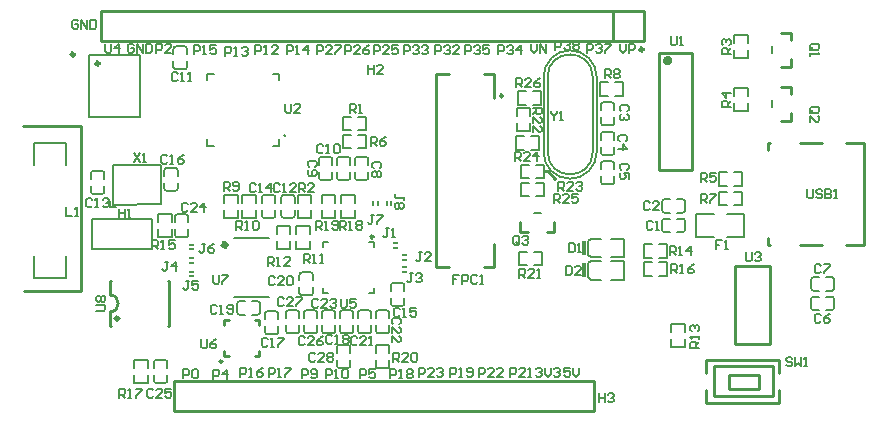
<source format=gto>
G04*
G04 #@! TF.GenerationSoftware,Altium Limited,Altium Designer,21.8.1 (53)*
G04*
G04 Layer_Color=65535*
%FSLAX24Y24*%
%MOIN*%
G70*
G04*
G04 #@! TF.SameCoordinates,E0417417-2892-4B46-94DD-8EEE6E3CFD50*
G04*
G04*
G04 #@! TF.FilePolarity,Positive*
G04*
G01*
G75*
%ADD10C,0.0157*%
%ADD11C,0.0118*%
%ADD12C,0.0079*%
%ADD13C,0.0100*%
%ADD14C,0.0197*%
%ADD15C,0.0098*%
%ADD16C,0.0059*%
%ADD17C,0.0060*%
%ADD18C,0.0010*%
%ADD19C,0.0080*%
%ADD20C,0.0080*%
%ADD21C,0.0060*%
%ADD22C,0.0050*%
%ADD23R,0.0118X0.0472*%
G36*
X11895Y7135D02*
X11860Y7135D01*
X11860Y7265D01*
X11895D01*
X11895Y7135D01*
D02*
G37*
G36*
X11740D02*
X11705Y7135D01*
X11705Y7265D01*
X11740D01*
Y7135D01*
D02*
G37*
G36*
X5715Y5810D02*
X5585D01*
Y5845D01*
X5715D01*
Y5810D01*
D02*
G37*
G36*
Y5655D02*
X5585D01*
X5585Y5690D01*
X5715D01*
X5715Y5655D01*
D02*
G37*
G36*
Y5360D02*
X5585D01*
Y5395D01*
X5715D01*
Y5360D01*
D02*
G37*
G36*
Y5205D02*
X5585D01*
X5585Y5240D01*
X5715D01*
X5715Y5205D01*
D02*
G37*
G36*
Y4910D02*
X5585D01*
Y4945D01*
X5715D01*
Y4910D01*
D02*
G37*
G36*
Y4755D02*
X5585D01*
X5585Y4790D01*
X5715D01*
X5715Y4755D01*
D02*
G37*
G36*
X12815Y4905D02*
X12685D01*
X12685Y4940D01*
X12815D01*
X12815Y4905D01*
D02*
G37*
G36*
X12685Y5095D02*
X12815D01*
Y5060D01*
X12685D01*
Y5095D01*
D02*
G37*
G36*
X12815Y5305D02*
X12685D01*
X12685Y5340D01*
X12815D01*
X12815Y5305D01*
D02*
G37*
G36*
X12685Y5495D02*
X12815D01*
Y5460D01*
X12685D01*
X12685Y5495D01*
D02*
G37*
G36*
X12515Y5705D02*
X12385Y5705D01*
X12385Y5740D01*
X12515D01*
X12515Y5705D01*
D02*
G37*
G36*
X12385Y5895D02*
X12515Y5895D01*
Y5860D01*
X12385D01*
X12385Y5895D01*
D02*
G37*
G36*
X12155Y7135D02*
X12155Y7265D01*
X12190Y7265D01*
Y7135D01*
X12155D01*
D02*
G37*
G36*
X12345Y7265D02*
X12345Y7135D01*
X12310Y7135D01*
Y7265D01*
X12345Y7265D01*
D02*
G37*
D10*
X21627Y11943D02*
G03*
X21627Y11943I-79J0D01*
G01*
D11*
X20741Y12317D02*
G03*
X20741Y12317I-59J0D01*
G01*
X3259Y3350D02*
G03*
X3259Y3350I-59J0D01*
G01*
X2609Y11850D02*
G03*
X2609Y11850I-59J0D01*
G01*
X1780Y12152D02*
G03*
X1780Y12152I-59J0D01*
G01*
D12*
X9640Y4116D02*
G03*
X9726Y4203I0J87D01*
G01*
X9274D02*
G03*
X9360Y4116I87J0D01*
G01*
X9726Y4797D02*
G03*
X9640Y4884I-87J0D01*
G01*
X9360D02*
G03*
X9274Y4797I0J-87D01*
G01*
X4510Y1967D02*
G03*
X4424Y1880I0J-87D01*
G01*
X4876D02*
G03*
X4790Y1967I-87J0D01*
G01*
X4424Y1285D02*
G03*
X4510Y1199I87J0D01*
G01*
X4790D02*
G03*
X4876Y1285I0J87D01*
G01*
X7199Y3560D02*
G03*
X7285Y3474I87J0D01*
G01*
Y3926D02*
G03*
X7199Y3840I0J-87D01*
G01*
X7880Y3474D02*
G03*
X7967Y3560I0J87D01*
G01*
Y3840D02*
G03*
X7880Y3926I-87J0D01*
G01*
X8490Y2816D02*
G03*
X8576Y2903I0J87D01*
G01*
X8124D02*
G03*
X8210Y2816I87J0D01*
G01*
X8576Y3497D02*
G03*
X8490Y3584I-87J0D01*
G01*
X8210D02*
G03*
X8124Y3497I0J-87D01*
G01*
X8910Y3617D02*
G03*
X8824Y3530I0J-87D01*
G01*
X9276D02*
G03*
X9190Y3617I-87J0D01*
G01*
X8824Y2935D02*
G03*
X8910Y2849I87J0D01*
G01*
X9190D02*
G03*
X9276Y2935I0J87D01*
G01*
X9510Y3617D02*
G03*
X9424Y3530I0J-87D01*
G01*
X9876D02*
G03*
X9790Y3617I-87J0D01*
G01*
X9424Y2935D02*
G03*
X9510Y2849I87J0D01*
G01*
X9790D02*
G03*
X9876Y2935I0J87D01*
G01*
X10390Y2849D02*
G03*
X10476Y2935I0J87D01*
G01*
X10024D02*
G03*
X10110Y2849I87J0D01*
G01*
X10476Y3530D02*
G03*
X10390Y3617I-87J0D01*
G01*
X10110D02*
G03*
X10024Y3530I0J-87D01*
G01*
X10890Y1699D02*
G03*
X10976Y1785I0J87D01*
G01*
X10524D02*
G03*
X10610Y1699I87J0D01*
G01*
X10976Y2380D02*
G03*
X10890Y2467I-87J0D01*
G01*
X10610D02*
G03*
X10524Y2380I0J-87D01*
G01*
X10990Y2849D02*
G03*
X11076Y2935I0J87D01*
G01*
X10624D02*
G03*
X10710Y2849I87J0D01*
G01*
X11076Y3530D02*
G03*
X10990Y3617I-87J0D01*
G01*
X10710D02*
G03*
X10624Y3530I0J-87D01*
G01*
X11590Y2849D02*
G03*
X11676Y2935I0J87D01*
G01*
X11224D02*
G03*
X11310Y2849I87J0D01*
G01*
X11676Y3530D02*
G03*
X11590Y3617I-87J0D01*
G01*
X11310D02*
G03*
X11224Y3530I0J-87D01*
G01*
X12190Y2849D02*
G03*
X12276Y2935I0J87D01*
G01*
X11824D02*
G03*
X11910Y2849I87J0D01*
G01*
X12276Y3530D02*
G03*
X12190Y3617I-87J0D01*
G01*
X11910D02*
G03*
X11824Y3530I0J-87D01*
G01*
X5210Y6817D02*
G03*
X5124Y6730I0J-87D01*
G01*
X5576D02*
G03*
X5490Y6817I-87J0D01*
G01*
X5124Y6135D02*
G03*
X5210Y6049I87J0D01*
G01*
X5490D02*
G03*
X5576Y6135I0J87D01*
G01*
X2410Y8267D02*
G03*
X2324Y8180I0J-87D01*
G01*
X2776D02*
G03*
X2690Y8267I-87J0D01*
G01*
X2324Y7585D02*
G03*
X2410Y7499I87J0D01*
G01*
X2690D02*
G03*
X2776Y7585I0J87D01*
G01*
X5140Y7599D02*
G03*
X5226Y7685I0J87D01*
G01*
X4774D02*
G03*
X4860Y7599I87J0D01*
G01*
X5226Y8280D02*
G03*
X5140Y8367I-87J0D01*
G01*
X4860D02*
G03*
X4774Y8280I0J-87D01*
G01*
X5160Y12417D02*
G03*
X5074Y12330I0J-87D01*
G01*
X5526D02*
G03*
X5440Y12417I-87J0D01*
G01*
X5074Y11735D02*
G03*
X5160Y11649I87J0D01*
G01*
X5440D02*
G03*
X5526Y11735I0J87D01*
G01*
X8110Y7467D02*
G03*
X8024Y7380I0J-87D01*
G01*
X8476D02*
G03*
X8390Y7467I-87J0D01*
G01*
X8024Y6785D02*
G03*
X8110Y6699I87J0D01*
G01*
X8390D02*
G03*
X8476Y6785I0J87D01*
G01*
X9040Y6699D02*
G03*
X9126Y6785I0J87D01*
G01*
X8674D02*
G03*
X8760Y6699I87J0D01*
G01*
X9126Y7380D02*
G03*
X9040Y7467I-87J0D01*
G01*
X8760D02*
G03*
X8674Y7380I0J-87D01*
G01*
X12410Y4534D02*
G03*
X12324Y4447I0J-87D01*
G01*
X12776D02*
G03*
X12690Y4534I-87J0D01*
G01*
X12324Y3853D02*
G03*
X12410Y3766I87J0D01*
G01*
X12690D02*
G03*
X12776Y3853I0J87D01*
G01*
X10290Y7966D02*
G03*
X10376Y8053I0J87D01*
G01*
X9924D02*
G03*
X10010Y7966I87J0D01*
G01*
X10376Y8647D02*
G03*
X10290Y8734I-87J0D01*
G01*
X10010D02*
G03*
X9924Y8647I0J-87D01*
G01*
X10890Y7966D02*
G03*
X10976Y8053I0J87D01*
G01*
X10524D02*
G03*
X10610Y7966I87J0D01*
G01*
X10976Y8647D02*
G03*
X10890Y8734I-87J0D01*
G01*
X10610D02*
G03*
X10524Y8647I0J-87D01*
G01*
X11490Y7966D02*
G03*
X11576Y8053I0J87D01*
G01*
X11124D02*
G03*
X11210Y7966I87J0D01*
G01*
X11576Y8647D02*
G03*
X11490Y8734I-87J0D01*
G01*
X11210D02*
G03*
X11124Y8647I0J-87D01*
G01*
X19410Y8584D02*
G03*
X19324Y8497I0J-87D01*
G01*
X19776D02*
G03*
X19690Y8584I-87J0D01*
G01*
X19324Y7903D02*
G03*
X19410Y7816I87J0D01*
G01*
X19690D02*
G03*
X19776Y7903I0J87D01*
G01*
X19690Y8799D02*
G03*
X19776Y8885I0J87D01*
G01*
X19324D02*
G03*
X19410Y8799I87J0D01*
G01*
X19776Y9480D02*
G03*
X19690Y9567I-87J0D01*
G01*
X19410D02*
G03*
X19324Y9480I0J-87D01*
G01*
X19690Y9783D02*
G03*
X19776Y9870I0J87D01*
G01*
X19324D02*
G03*
X19410Y9783I87J0D01*
G01*
X19776Y10465D02*
G03*
X19690Y10551I-87J0D01*
G01*
X19410D02*
G03*
X19324Y10465I0J-87D01*
G01*
X26333Y3710D02*
G03*
X26420Y3624I87J0D01*
G01*
Y4076D02*
G03*
X26333Y3990I0J-87D01*
G01*
X27015Y3624D02*
G03*
X27101Y3710I0J87D01*
G01*
Y3990D02*
G03*
X27015Y4076I-87J0D01*
G01*
X27101Y4640D02*
G03*
X27015Y4726I-87J0D01*
G01*
Y4274D02*
G03*
X27101Y4360I0J87D01*
G01*
X26420Y4726D02*
G03*
X26333Y4640I0J-87D01*
G01*
Y4360D02*
G03*
X26420Y4274I87J0D01*
G01*
X22134Y7240D02*
G03*
X22047Y7326I-87J0D01*
G01*
Y6874D02*
G03*
X22134Y6960I0J87D01*
G01*
X21453Y7326D02*
G03*
X21366Y7240I0J-87D01*
G01*
Y6960D02*
G03*
X21453Y6874I87J0D01*
G01*
X22134Y6590D02*
G03*
X22047Y6676I-87J0D01*
G01*
Y6224D02*
G03*
X22134Y6310I0J87D01*
G01*
X21453Y6676D02*
G03*
X21366Y6590I0J-87D01*
G01*
Y6310D02*
G03*
X21453Y6224I87J0D01*
G01*
X9360Y4116D02*
X9640Y4116D01*
X9726Y4205D02*
Y4382D01*
X9274Y4205D02*
Y4382D01*
X9726Y4618D02*
X9726Y4795D01*
X9274Y4618D02*
Y4795D01*
X9360Y4884D02*
X9640D01*
X8524Y6417D02*
X8976D01*
X8524Y5649D02*
X8976D01*
Y6151D02*
Y6417D01*
Y5649D02*
Y5915D01*
X8524Y6151D02*
Y6417D01*
Y5649D02*
Y5915D01*
X3774Y1199D02*
X4226D01*
X3774Y1967D02*
X4226D01*
X3774Y1199D02*
Y1465D01*
Y1701D02*
Y1967D01*
X4226Y1199D02*
Y1465D01*
Y1701D02*
Y1967D01*
X4510D02*
X4790D01*
X4424Y1701D02*
Y1878D01*
X4876Y1701D02*
Y1878D01*
X4424Y1287D02*
Y1465D01*
X4876Y1287D02*
Y1465D01*
X4510Y1199D02*
X4790D01*
X7093Y4062D02*
X8274D01*
X7093Y6030D02*
X8274D01*
X7199Y3840D02*
X7199Y3560D01*
X7287Y3474D02*
X7465D01*
X7287Y3926D02*
X7465Y3926D01*
X7701Y3474D02*
X7878Y3474D01*
X7701Y3926D02*
X7878Y3926D01*
X7967Y3560D02*
Y3840D01*
X8210Y2816D02*
X8490D01*
X8576Y2905D02*
Y3082D01*
X8124Y2905D02*
X8124Y3082D01*
X8576Y3318D02*
Y3495D01*
X8124Y3318D02*
Y3495D01*
X8210Y3584D02*
X8490Y3584D01*
X8910Y3617D02*
X9190D01*
X8824Y3351D02*
Y3528D01*
X9276Y3351D02*
Y3528D01*
X8824Y2937D02*
Y3115D01*
X9276Y2937D02*
Y3115D01*
X8910Y2849D02*
X9190D01*
X9510Y3617D02*
X9790D01*
X9424Y3351D02*
Y3528D01*
X9876Y3351D02*
Y3528D01*
X9424Y2937D02*
Y3115D01*
X9876Y2937D02*
Y3115D01*
X9510Y2849D02*
X9790D01*
X10110D02*
X10390D01*
X10476Y2937D02*
Y3115D01*
X10024Y2937D02*
Y3115D01*
X10476Y3351D02*
Y3528D01*
X10024Y3351D02*
Y3528D01*
X10110Y3617D02*
X10390D01*
X11824Y1699D02*
X12276D01*
X11824Y2467D02*
X12276D01*
X11824Y1699D02*
Y1965D01*
Y2201D02*
Y2467D01*
X12276Y1699D02*
Y1965D01*
Y2201D02*
Y2467D01*
X10610Y1699D02*
X10890D01*
X10976Y1787D02*
Y1965D01*
X10524Y1787D02*
Y1965D01*
X10976Y2201D02*
Y2378D01*
X10524Y2201D02*
Y2378D01*
X10610Y2467D02*
X10890D01*
X10710Y2849D02*
X10990D01*
X11076Y2937D02*
Y3115D01*
X10624Y2937D02*
Y3115D01*
X11076Y3351D02*
Y3528D01*
X10624Y3351D02*
Y3528D01*
X10710Y3617D02*
X10990D01*
X11310Y2849D02*
X11590D01*
X11676Y2937D02*
Y3115D01*
X11224Y2937D02*
Y3115D01*
X11676Y3351D02*
Y3528D01*
X11224Y3351D02*
Y3528D01*
X11310Y3617D02*
X11590D01*
X11910Y2849D02*
X12190D01*
X12276Y2937D02*
Y3115D01*
X11824Y2937D02*
Y3115D01*
X12276Y3351D02*
Y3528D01*
X11824Y3351D02*
Y3528D01*
X11910Y3617D02*
X12190D01*
X10066Y5737D02*
Y5895D01*
X10224D01*
X10066Y4202D02*
Y4359D01*
Y4202D02*
X10224D01*
X11602D02*
X11759D01*
Y4359D01*
Y5737D02*
Y5895D01*
X11602D02*
X11759D01*
X9174Y6417D02*
X9626D01*
X9174Y5649D02*
X9626Y5649D01*
Y6151D02*
Y6417D01*
Y5649D02*
Y5915D01*
X9174Y6417D02*
X9174Y6151D01*
X9174Y5915D02*
X9174Y5649D01*
X4574Y6049D02*
X5026D01*
X4574Y6817D02*
X5026D01*
X4574Y6049D02*
Y6315D01*
Y6551D02*
Y6817D01*
X5026Y6049D02*
Y6315D01*
Y6551D02*
Y6817D01*
X5210D02*
X5490D01*
X5124Y6551D02*
Y6728D01*
X5576Y6551D02*
Y6728D01*
X5124Y6137D02*
Y6315D01*
X5576Y6137D02*
Y6315D01*
X5210Y6049D02*
X5490D01*
X2410Y8267D02*
X2690Y8267D01*
X2324Y8001D02*
Y8178D01*
X2776Y8001D02*
Y8178D01*
X2324Y7587D02*
X2324Y7765D01*
X2776Y7587D02*
Y7765D01*
X2410Y7499D02*
X2690D01*
X4860Y7599D02*
X5140D01*
X5226Y7687D02*
Y7865D01*
X4774Y7687D02*
Y7865D01*
X5226Y8101D02*
Y8278D01*
X4774Y8101D02*
Y8278D01*
X4860Y8367D02*
X5140D01*
X5160Y12417D02*
X5440Y12417D01*
X5074Y12151D02*
Y12328D01*
X5526Y12328D02*
X5526Y12151D01*
X5074Y11737D02*
Y11915D01*
X5526Y11737D02*
Y11915D01*
X5160Y11649D02*
X5440Y11649D01*
X7226Y7467D02*
X7226Y7201D01*
X7226Y6965D02*
X7226Y6699D01*
X6774Y7201D02*
Y7467D01*
Y6699D02*
Y6965D01*
Y7467D02*
X7226Y7467D01*
X6774Y6699D02*
X7226D01*
X7826Y7467D02*
X7826Y7201D01*
X7826Y6965D02*
X7826Y6699D01*
X7374Y7201D02*
Y7467D01*
Y6699D02*
Y6965D01*
Y7467D02*
X7826Y7467D01*
X7374Y6699D02*
X7826D01*
X8110Y7467D02*
X8390D01*
X8024Y7201D02*
Y7378D01*
X8476Y7201D02*
Y7378D01*
X8024Y6965D02*
X8024Y6787D01*
X8476Y6965D02*
X8476Y6787D01*
X8110Y6699D02*
X8390D01*
X8760Y6699D02*
X9040Y6699D01*
X9126Y6787D02*
X9126Y6965D01*
X8674Y6965D02*
X8674Y6787D01*
X9126Y7201D02*
Y7378D01*
X8674Y7201D02*
Y7378D01*
X8760Y7467D02*
X9040D01*
X9224Y6699D02*
X9676D01*
X9224Y7467D02*
X9676D01*
X9224Y6699D02*
Y6965D01*
Y7201D02*
Y7467D01*
X9676Y6699D02*
Y6965D01*
Y7201D02*
Y7467D01*
X10024Y7467D02*
X10476D01*
X10024Y6699D02*
X10476Y6699D01*
Y7201D02*
X10476Y7467D01*
X10476Y6699D02*
X10476Y6965D01*
X10024Y7201D02*
Y7467D01*
Y6699D02*
Y6965D01*
X10674Y7467D02*
X11126Y7467D01*
X10674Y6699D02*
X11126Y6699D01*
Y7201D02*
Y7467D01*
Y6699D02*
Y6965D01*
X10674Y7201D02*
Y7467D01*
Y6699D02*
Y6965D01*
X12410Y4534D02*
X12690D01*
X12324Y4268D02*
X12324Y4445D01*
X12776Y4445D02*
X12776Y4268D01*
X12324Y4032D02*
X12324Y3855D01*
X12776Y3855D02*
Y4032D01*
X12410Y3766D02*
X12690Y3766D01*
X10010Y7966D02*
X10290D01*
X10376Y8055D02*
X10376Y8232D01*
X9924Y8055D02*
Y8232D01*
X10376Y8645D02*
X10376Y8468D01*
X9924Y8468D02*
Y8645D01*
X10010Y8734D02*
X10290D01*
X10610Y7966D02*
X10890D01*
X10976Y8055D02*
Y8232D01*
X10524Y8055D02*
Y8232D01*
X10976Y8468D02*
Y8645D01*
X10524Y8468D02*
Y8645D01*
X10610Y8734D02*
X10890D01*
X11210Y7966D02*
X11490Y7966D01*
X11576Y8055D02*
Y8232D01*
X11124Y8055D02*
Y8232D01*
X11576Y8468D02*
X11576Y8645D01*
X11124Y8468D02*
Y8645D01*
X11210Y8734D02*
X11490D01*
X11218Y9024D02*
X11484D01*
X10716D02*
X10982D01*
X11218Y9476D02*
X11484D01*
X10716D02*
X10982D01*
X11484Y9024D02*
Y9476D01*
X10716Y9024D02*
Y9476D01*
X10716Y10076D02*
X10982Y10076D01*
X11218Y10076D02*
X11484Y10076D01*
X10716Y9624D02*
X10982D01*
X11218D02*
X11484D01*
X10716Y10076D02*
X10716Y9624D01*
X11484D02*
Y10076D01*
X21534Y4774D02*
Y5226D01*
X20766Y4774D02*
Y5226D01*
X21268Y4774D02*
X21534D01*
X20766D02*
X21032D01*
X21268Y5226D02*
X21534D01*
X20766D02*
X21032D01*
X21534Y5374D02*
Y5826D01*
X20766Y5374D02*
Y5826D01*
X21268Y5374D02*
X21534D01*
X20766D02*
X21032D01*
X21268Y5826D02*
X21534D01*
X20766D02*
X21032D01*
X18906Y4715D02*
X18985Y4639D01*
X18906Y5185D02*
X18985Y5261D01*
X19339D01*
X20101Y4639D02*
Y5261D01*
X18906Y4715D02*
Y5185D01*
X19654Y5261D02*
X20101D01*
X18985Y4639D02*
X19339D01*
X19654D02*
X20101D01*
X19654Y5389D02*
X20101D01*
X18985D02*
X19339D01*
X19654Y6011D02*
X20101D01*
X18906Y5465D02*
Y5935D01*
X20101Y5389D02*
Y6011D01*
X18985D02*
X19339D01*
X18906Y5935D02*
X18985Y6011D01*
X18906Y5465D02*
X18985Y5389D01*
X17367Y5124D02*
Y5576D01*
X16599Y5576D02*
X16599Y5124D01*
X17101D02*
X17367D01*
X16599D02*
X16865D01*
X17101Y5576D02*
X17367Y5576D01*
X16599Y5576D02*
X16865Y5576D01*
X17082Y6854D02*
X17318D01*
X17417Y7424D02*
Y7876D01*
X16649Y7424D02*
Y7876D01*
X17151Y7424D02*
X17417D01*
X16649D02*
X16915D01*
X17151Y7876D02*
X17417D01*
X16649D02*
X16915D01*
X17417Y8024D02*
Y8476D01*
X16649Y8024D02*
Y8476D01*
X17151Y8024D02*
X17417D01*
X16649D02*
X16915D01*
X17151Y8476D02*
X17417D01*
X16649D02*
X16915D01*
X17267Y8974D02*
Y9426D01*
X16499Y8974D02*
Y9426D01*
X17001Y8974D02*
X17267D01*
X16499D02*
X16765D01*
X17001Y9426D02*
X17267D01*
X16499D02*
X16765D01*
X16524Y9599D02*
X16976D01*
X16524Y10367D02*
X16976Y10367D01*
X16524Y9599D02*
Y9865D01*
Y10101D02*
Y10367D01*
X16976Y9865D02*
X16976Y9599D01*
X16976Y10367D02*
X16976Y10101D01*
X16549Y10926D02*
X16815D01*
X17051D02*
X17317D01*
X16549Y10474D02*
X16815D01*
X17051D02*
X17317D01*
X16549D02*
Y10926D01*
X17317Y10474D02*
Y10926D01*
X19410Y8584D02*
X19690Y8584D01*
X19324Y8318D02*
Y8495D01*
X19776Y8318D02*
Y8495D01*
X19324Y8082D02*
X19324Y7905D01*
X19776D02*
X19776Y8082D01*
X19410Y7816D02*
X19690D01*
X19410Y8799D02*
X19690Y8799D01*
X19776Y8887D02*
Y9065D01*
X19324Y8887D02*
Y9065D01*
X19776Y9478D02*
X19776Y9301D01*
X19324Y9301D02*
X19324Y9478D01*
X19410Y9567D02*
X19690D01*
X19410Y9783D02*
X19690D01*
X19776Y9872D02*
Y10049D01*
X19324Y9872D02*
X19324Y10049D01*
X19776Y10285D02*
Y10463D01*
X19324Y10285D02*
Y10463D01*
X19410Y10551D02*
X19690Y10551D01*
X19299Y11226D02*
X19565D01*
X19801D02*
X20067D01*
X19299Y10774D02*
X19565D01*
X19801D02*
X20067D01*
X19299D02*
Y11226D01*
X20067Y10774D02*
Y11226D01*
X21674Y2399D02*
X22126D01*
X21674Y3167D02*
X22126D01*
X21674Y2399D02*
Y2665D01*
Y2901D02*
Y3167D01*
X22126Y2399D02*
Y2665D01*
Y2901D02*
Y3167D01*
X26333Y3710D02*
Y3990D01*
X26422Y3624D02*
X26599D01*
X26422Y4076D02*
X26599Y4076D01*
X26835Y3624D02*
X27013D01*
X26835Y4076D02*
X27013D01*
X27101Y3710D02*
X27101Y3990D01*
X27101Y4360D02*
X27101Y4640D01*
X26835Y4726D02*
X27013D01*
X26835Y4274D02*
X27013D01*
X26422Y4726D02*
X26599D01*
X26422Y4274D02*
X26599D01*
X26333Y4360D02*
Y4640D01*
X22134Y6960D02*
Y7240D01*
X21868Y7326D02*
X22045D01*
X21868Y6874D02*
X22045D01*
X21455Y7326D02*
X21632D01*
X21455Y6874D02*
X21632D01*
X21366Y6960D02*
Y7240D01*
X22134Y6310D02*
Y6590D01*
X21868Y6676D02*
X22045D01*
X21868Y6224D02*
X22045D01*
X21455Y6676D02*
X21632D01*
X21455Y6224D02*
X21632D01*
X21366Y6310D02*
Y6590D01*
X24017Y7124D02*
Y7576D01*
X23249Y7576D02*
X23249Y7124D01*
X23751D02*
X24017D01*
X23249D02*
X23515D01*
X23751Y7576D02*
X24017Y7576D01*
X23249Y7576D02*
X23515Y7576D01*
X24017Y7774D02*
Y8226D01*
X23249Y7774D02*
Y8226D01*
X23751Y7774D02*
X24017D01*
X23249D02*
X23515D01*
X23751Y8226D02*
X24017D01*
X23249D02*
X23515D01*
X23774Y12801D02*
X24226D01*
X23774Y12033D02*
X24226Y12033D01*
Y12535D02*
Y12801D01*
Y12033D02*
Y12299D01*
X23774Y12801D02*
X23774Y12535D01*
X23774Y12299D02*
X23774Y12033D01*
Y10266D02*
X24226D01*
X23774Y11034D02*
X24226D01*
X23774Y10266D02*
Y10532D01*
Y10768D02*
Y11034D01*
X24226Y10266D02*
Y10532D01*
Y10768D02*
Y11034D01*
X25046Y12182D02*
Y12418D01*
Y10382D02*
Y10618D01*
D13*
X2966Y3564D02*
G03*
X2968Y4136I-16J286D01*
G01*
X6710Y1913D02*
G03*
X6710Y1913I-49J0D01*
G01*
X16057Y10770D02*
G03*
X16057Y10770I-50J0D01*
G01*
X21272Y8291D02*
X22375D01*
X21272Y12209D02*
X22375D01*
Y8291D02*
Y12209D01*
X21272Y8291D02*
Y12209D01*
X19100Y250D02*
Y1250D01*
X5100Y1250D02*
X19100Y1250D01*
X5100Y250D02*
X19100Y250D01*
X5100Y250D02*
Y1250D01*
X4934Y3259D02*
Y4441D01*
X4898Y4600D02*
X4934D01*
Y4441D02*
Y4600D01*
X2966Y3100D02*
X3002D01*
X2966D02*
Y3259D01*
X4898Y3100D02*
X4934D01*
Y3259D01*
X2966Y4600D02*
X3002D01*
X2966Y4441D02*
Y4600D01*
Y4136D02*
Y4441D01*
Y3259D02*
Y3564D01*
X7786Y2109D02*
X7941D01*
X6759D02*
X6915D01*
X7785Y3291D02*
X7941D01*
X6759D02*
X6915D01*
X7941Y3136D02*
Y3291D01*
Y2109D02*
Y2265D01*
X6759Y2109D02*
Y2265D01*
Y3136D02*
Y3291D01*
X13817Y11507D02*
X14267D01*
X15751Y10693D02*
Y11507D01*
X15433D02*
X15751D01*
X13817Y5051D02*
X13817Y11507D01*
X13817Y5051D02*
X14267Y5051D01*
X15757Y5829D02*
X15757Y5051D01*
X15433D02*
X15757D01*
X16625Y6244D02*
X16885D01*
X16625D02*
X16885D01*
X16625D02*
X16885D01*
X16625D02*
Y6565D01*
X17775Y6244D02*
Y6565D01*
X17515Y6244D02*
X17775D01*
X17550Y8250D02*
X17800Y8000D01*
X17417Y8250D02*
X17550D01*
X19736Y12608D02*
X19736Y13592D01*
X2653Y12608D02*
X20747D01*
X2653Y13592D02*
X2653Y12608D01*
X20747D02*
X20747Y13592D01*
X2653D02*
X20747D01*
X22830Y522D02*
Y971D01*
Y1529D02*
Y1978D01*
X25270Y1529D02*
Y1978D01*
Y522D02*
Y971D01*
X23600Y1000D02*
X24600D01*
X23600D02*
Y1450D01*
X24600Y1450D01*
Y1000D02*
Y1450D01*
X25050Y750D02*
Y1750D01*
X23100D02*
X25050D01*
X23100Y750D02*
Y1750D01*
Y750D02*
X25050D01*
X22830Y1978D02*
X25270Y1978D01*
X22830Y522D02*
X25270Y522D01*
X23801Y2481D02*
X24960D01*
Y5100D01*
X23801D02*
X24960D01*
X23801Y2481D02*
Y5100D01*
X25656Y12875D02*
X25656Y12615D01*
X25335Y12875D02*
X25656Y12875D01*
X25335Y11725D02*
X25656D01*
Y11985D01*
Y11725D02*
Y11985D01*
Y11725D02*
Y11985D01*
Y10815D02*
Y11075D01*
X25335D02*
X25656D01*
X25335Y9925D02*
X25656D01*
Y10185D01*
Y9925D02*
Y10185D01*
Y9925D02*
Y10185D01*
X24900Y5800D02*
X24900Y6021D01*
X24900Y9200D02*
X24953D01*
X24900Y8977D02*
Y9200D01*
X25962D02*
X26697D01*
X27509Y5800D02*
X28100D01*
Y9200D01*
X27509D02*
X28100D01*
X25962Y5800D02*
X26697D01*
X24900D02*
X24953D01*
X2000Y4250D02*
Y4550D01*
X1850Y4250D02*
X2000D01*
Y4850D01*
X1800Y9750D02*
X2000D01*
X100Y4250D02*
X1850D01*
X2000Y4850D02*
Y9750D01*
X50D02*
X1800D01*
D14*
X6833Y5796D02*
G03*
X6833Y5796I-50J0D01*
G01*
D15*
X11749Y6072D02*
G03*
X11749Y6072I-49J0D01*
G01*
D16*
X8823Y9434D02*
G03*
X8823Y9434I-30J0D01*
G01*
D17*
X19186Y11391D02*
G03*
X17414Y11400I-886J9D01*
G01*
X17414Y8899D02*
G03*
X19186Y8890I886J-9D01*
G01*
X19050Y11400D02*
G03*
X17550Y11400I-750J0D01*
G01*
Y8900D02*
G03*
X19050Y8900I750J0D01*
G01*
X1486Y8466D02*
Y9199D01*
X414D02*
X1486D01*
X414Y8466D02*
Y9199D01*
X1486Y4701D02*
Y5434D01*
X414Y4701D02*
X1486D01*
X414D02*
Y5434D01*
X3051Y7139D02*
X4650Y7150D01*
Y7800D01*
Y8450D01*
X3051Y8450D02*
X4650Y8450D01*
X3051Y7139D02*
Y8450D01*
X6189Y9089D02*
X6415D01*
X6189D02*
Y9315D01*
Y11511D02*
X6415D01*
X6189Y11285D02*
Y11511D01*
X8385Y9089D02*
X8611D01*
Y9315D01*
X8385Y11511D02*
X8611D01*
Y11285D02*
Y11511D01*
X19186Y8890D02*
Y11391D01*
X17414Y8899D02*
Y11400D01*
X17550Y8900D02*
Y11400D01*
X19050Y8900D02*
Y11400D01*
X22497Y6827D02*
X23083D01*
X22497Y6073D02*
Y6827D01*
Y6073D02*
X23083D01*
X23517Y6827D02*
X24103D01*
Y6073D02*
Y6827D01*
X23517Y6073D02*
X24103D01*
X2253Y12139D02*
X3967D01*
Y10061D02*
Y12139D01*
X2253Y10061D02*
X3967D01*
X2253D02*
Y12139D01*
D18*
X5585Y5845D02*
X5715D01*
Y5810D02*
Y5845D01*
X5585Y5810D02*
X5715D01*
X5585D02*
Y5845D01*
X5715Y5690D02*
X5715Y5655D01*
X5585Y5690D02*
X5715D01*
X5585Y5655D02*
X5585Y5690D01*
X5585Y5655D02*
X5715D01*
X5585Y4945D02*
X5715D01*
Y4910D02*
Y4945D01*
X5585Y4910D02*
X5715D01*
X5585D02*
Y4945D01*
X5715Y4790D02*
X5715Y4755D01*
X5585Y4790D02*
X5715D01*
X5585Y4755D02*
X5585Y4790D01*
X5585Y4755D02*
X5715D01*
X5585Y5395D02*
X5715D01*
Y5360D02*
Y5395D01*
X5585Y5360D02*
X5715D01*
X5585D02*
Y5395D01*
X5715Y5240D02*
X5715Y5205D01*
X5585Y5240D02*
X5715D01*
X5585Y5205D02*
X5585Y5240D01*
X5585Y5205D02*
X5715D01*
X12685Y5095D02*
X12815D01*
Y5060D02*
Y5095D01*
X12685Y5060D02*
X12815D01*
X12685D02*
Y5095D01*
X12815Y4940D02*
X12815Y4905D01*
X12685Y4940D02*
X12815D01*
X12685Y4905D02*
X12685Y4940D01*
X12685Y4905D02*
X12815D01*
X12685Y5495D02*
X12815D01*
Y5460D02*
Y5495D01*
X12685Y5460D02*
X12815D01*
X12685D02*
X12685Y5495D01*
X12815Y5340D02*
X12815Y5305D01*
X12685Y5340D02*
X12815D01*
X12685Y5305D02*
X12685Y5340D01*
X12685Y5305D02*
X12815D01*
X12385Y5895D02*
X12515Y5895D01*
Y5860D02*
Y5895D01*
X12385Y5860D02*
X12515D01*
X12385D02*
X12385Y5895D01*
X12515Y5740D02*
X12515Y5705D01*
X12385Y5740D02*
X12515D01*
X12385Y5705D02*
X12385Y5740D01*
X12385Y5705D02*
X12515Y5705D01*
X11705Y7135D02*
X11705Y7265D01*
X11740D01*
Y7135D02*
Y7265D01*
X11705Y7135D02*
X11740Y7135D01*
X11860Y7265D02*
X11895D01*
X11860Y7135D02*
X11860Y7265D01*
X11860Y7135D02*
X11895Y7135D01*
X11895Y7265D01*
X12345Y7135D02*
X12345Y7265D01*
X12310Y7135D02*
X12345Y7135D01*
X12310Y7135D02*
Y7265D01*
X12345Y7265D01*
X12155Y7135D02*
X12190D01*
Y7265D01*
X12155Y7265D02*
X12190Y7265D01*
X12155Y7265D02*
X12155Y7135D01*
D19*
X4350Y5650D02*
Y6650D01*
X2350Y5650D02*
X4350D01*
X2350D02*
Y6650D01*
X3100D01*
D20*
X4350D01*
D21*
X2950Y7050D02*
X3150D01*
X2950D02*
Y7250D01*
D22*
X21650Y12750D02*
Y12500D01*
X21700Y12450D01*
X21800D01*
X21850Y12500D01*
Y12750D01*
X21950Y12450D02*
X22050D01*
X22000D01*
Y12750D01*
X21950Y12700D01*
X5400Y1350D02*
Y1650D01*
X5550D01*
X5600Y1600D01*
Y1500D01*
X5550Y1450D01*
X5400D01*
X5700Y1600D02*
X5750Y1650D01*
X5850D01*
X5900Y1600D01*
Y1400D01*
X5850Y1350D01*
X5750D01*
X5700Y1400D01*
Y1600D01*
X6408Y1342D02*
Y1642D01*
X6558D01*
X6608Y1592D01*
Y1492D01*
X6558Y1442D01*
X6408D01*
X6858Y1342D02*
Y1642D01*
X6708Y1492D01*
X6908D01*
X7300Y1400D02*
Y1700D01*
X7450D01*
X7500Y1650D01*
Y1550D01*
X7450Y1500D01*
X7300D01*
X7600Y1400D02*
X7700D01*
X7650D01*
Y1700D01*
X7600Y1650D01*
X8050Y1700D02*
X7950Y1650D01*
X7850Y1550D01*
Y1450D01*
X7900Y1400D01*
X8000D01*
X8050Y1450D01*
Y1500D01*
X8000Y1550D01*
X7850D01*
X8250Y1400D02*
Y1700D01*
X8400D01*
X8450Y1650D01*
Y1550D01*
X8400Y1500D01*
X8250D01*
X8550Y1400D02*
X8650D01*
X8600D01*
Y1700D01*
X8550Y1650D01*
X8800Y1700D02*
X9000D01*
Y1650D01*
X8800Y1450D01*
Y1400D01*
X9350Y1350D02*
Y1650D01*
X9500D01*
X9550Y1600D01*
Y1500D01*
X9500Y1450D01*
X9350D01*
X9650Y1400D02*
X9700Y1350D01*
X9800D01*
X9850Y1400D01*
Y1600D01*
X9800Y1650D01*
X9700D01*
X9650Y1600D01*
Y1550D01*
X9700Y1500D01*
X9850D01*
X10150Y1350D02*
Y1650D01*
X10300D01*
X10350Y1600D01*
Y1500D01*
X10300Y1450D01*
X10150D01*
X10450Y1350D02*
X10550D01*
X10500D01*
Y1650D01*
X10450Y1600D01*
X10700D02*
X10750Y1650D01*
X10850D01*
X10900Y1600D01*
Y1400D01*
X10850Y1350D01*
X10750D01*
X10700Y1400D01*
Y1600D01*
X11300Y1350D02*
Y1650D01*
X11450D01*
X11500Y1600D01*
Y1500D01*
X11450Y1450D01*
X11300D01*
X11800Y1650D02*
X11600D01*
Y1500D01*
X11700Y1550D01*
X11750D01*
X11800Y1500D01*
Y1400D01*
X11750Y1350D01*
X11650D01*
X11600Y1400D01*
X12300Y1350D02*
Y1650D01*
X12450D01*
X12500Y1600D01*
Y1500D01*
X12450Y1450D01*
X12300D01*
X12600Y1350D02*
X12700D01*
X12650D01*
Y1650D01*
X12600Y1600D01*
X12850D02*
X12900Y1650D01*
X13000D01*
X13050Y1600D01*
Y1550D01*
X13000Y1500D01*
X13050Y1450D01*
Y1400D01*
X13000Y1350D01*
X12900D01*
X12850Y1400D01*
Y1450D01*
X12900Y1500D01*
X12850Y1550D01*
Y1600D01*
X12900Y1500D02*
X13000D01*
X13250Y1400D02*
Y1700D01*
X13400D01*
X13450Y1650D01*
Y1550D01*
X13400Y1500D01*
X13250D01*
X13750Y1400D02*
X13550D01*
X13750Y1600D01*
Y1650D01*
X13700Y1700D01*
X13600D01*
X13550Y1650D01*
X13850D02*
X13900Y1700D01*
X14000D01*
X14050Y1650D01*
Y1600D01*
X14000Y1550D01*
X13950D01*
X14000D01*
X14050Y1500D01*
Y1450D01*
X14000Y1400D01*
X13900D01*
X13850Y1450D01*
X14300Y1400D02*
Y1700D01*
X14450D01*
X14500Y1650D01*
Y1550D01*
X14450Y1500D01*
X14300D01*
X14600Y1400D02*
X14700D01*
X14650D01*
Y1700D01*
X14600Y1650D01*
X14850Y1450D02*
X14900Y1400D01*
X15000D01*
X15050Y1450D01*
Y1650D01*
X15000Y1700D01*
X14900D01*
X14850Y1650D01*
Y1600D01*
X14900Y1550D01*
X15050D01*
X15250Y1400D02*
Y1700D01*
X15400D01*
X15450Y1650D01*
Y1550D01*
X15400Y1500D01*
X15250D01*
X15750Y1400D02*
X15550D01*
X15750Y1600D01*
Y1650D01*
X15700Y1700D01*
X15600D01*
X15550Y1650D01*
X16050Y1400D02*
X15850D01*
X16050Y1600D01*
Y1650D01*
X16000Y1700D01*
X15900D01*
X15850Y1650D01*
X16300Y1400D02*
Y1700D01*
X16450D01*
X16500Y1650D01*
Y1550D01*
X16450Y1500D01*
X16300D01*
X16800Y1400D02*
X16600D01*
X16800Y1600D01*
Y1650D01*
X16750Y1700D01*
X16650D01*
X16600Y1650D01*
X16900Y1400D02*
X17000D01*
X16950D01*
Y1700D01*
X16900Y1650D01*
X17150D02*
X17200Y1700D01*
X17300D01*
X17350Y1650D01*
Y1600D01*
X17300Y1550D01*
X17250D01*
X17300D01*
X17350Y1500D01*
Y1450D01*
X17300Y1400D01*
X17200D01*
X17150Y1450D01*
X17450Y1700D02*
Y1500D01*
X17550Y1400D01*
X17650Y1500D01*
Y1700D01*
X17750Y1650D02*
X17800Y1700D01*
X17900D01*
X17950Y1650D01*
Y1600D01*
X17900Y1550D01*
X17850D01*
X17900D01*
X17950Y1500D01*
Y1450D01*
X17900Y1400D01*
X17800D01*
X17750Y1450D01*
X18300Y1700D02*
X18100D01*
Y1550D01*
X18200Y1600D01*
X18250D01*
X18300Y1550D01*
Y1450D01*
X18250Y1400D01*
X18150D01*
X18100Y1450D01*
X18400Y1700D02*
Y1500D01*
X18500Y1400D01*
X18600Y1500D01*
Y1700D01*
X1900Y13250D02*
X1850Y13300D01*
X1750D01*
X1700Y13250D01*
Y13050D01*
X1750Y13000D01*
X1850D01*
X1900Y13050D01*
Y13150D01*
X1800D01*
X2000Y13000D02*
Y13300D01*
X2200Y13000D01*
Y13300D01*
X2300D02*
Y13000D01*
X2450D01*
X2500Y13050D01*
Y13250D01*
X2450Y13300D01*
X2300D01*
X3750Y12450D02*
X3700Y12500D01*
X3600D01*
X3550Y12450D01*
Y12250D01*
X3600Y12200D01*
X3700D01*
X3750Y12250D01*
Y12350D01*
X3650D01*
X3850Y12200D02*
Y12500D01*
X4050Y12200D01*
Y12500D01*
X4150D02*
Y12200D01*
X4300D01*
X4350Y12250D01*
Y12450D01*
X4300Y12500D01*
X4150D01*
X4500Y12200D02*
Y12500D01*
X4650D01*
X4700Y12450D01*
Y12350D01*
X4650Y12300D01*
X4500D01*
X5000Y12200D02*
X4800D01*
X5000Y12400D01*
Y12450D01*
X4950Y12500D01*
X4850D01*
X4800Y12450D01*
X5750Y12150D02*
Y12450D01*
X5900D01*
X5950Y12400D01*
Y12300D01*
X5900Y12250D01*
X5750D01*
X6050Y12150D02*
X6150D01*
X6100D01*
Y12450D01*
X6050Y12400D01*
X6500Y12450D02*
X6300D01*
Y12300D01*
X6400Y12350D01*
X6450D01*
X6500Y12300D01*
Y12200D01*
X6450Y12150D01*
X6350D01*
X6300Y12200D01*
X6800Y12100D02*
Y12400D01*
X6950D01*
X7000Y12350D01*
Y12250D01*
X6950Y12200D01*
X6800D01*
X7100Y12100D02*
X7200D01*
X7150D01*
Y12400D01*
X7100Y12350D01*
X7350D02*
X7400Y12400D01*
X7500D01*
X7550Y12350D01*
Y12300D01*
X7500Y12250D01*
X7450D01*
X7500D01*
X7550Y12200D01*
Y12150D01*
X7500Y12100D01*
X7400D01*
X7350Y12150D01*
X7800Y12150D02*
Y12450D01*
X7950D01*
X8000Y12400D01*
Y12300D01*
X7950Y12250D01*
X7800D01*
X8100Y12150D02*
X8200D01*
X8150D01*
Y12450D01*
X8100Y12400D01*
X8550Y12150D02*
X8350D01*
X8550Y12350D01*
Y12400D01*
X8500Y12450D01*
X8400D01*
X8350Y12400D01*
X8850Y12150D02*
Y12450D01*
X9000D01*
X9050Y12400D01*
Y12300D01*
X9000Y12250D01*
X8850D01*
X9150Y12150D02*
X9250D01*
X9200D01*
Y12450D01*
X9150Y12400D01*
X9550Y12150D02*
Y12450D01*
X9400Y12300D01*
X9600D01*
X9850Y12150D02*
Y12450D01*
X10000D01*
X10050Y12400D01*
Y12300D01*
X10000Y12250D01*
X9850D01*
X10350Y12150D02*
X10150D01*
X10350Y12350D01*
Y12400D01*
X10300Y12450D01*
X10200D01*
X10150Y12400D01*
X10450Y12450D02*
X10650D01*
Y12400D01*
X10450Y12200D01*
Y12150D01*
X10800D02*
Y12450D01*
X10950D01*
X11000Y12400D01*
Y12300D01*
X10950Y12250D01*
X10800D01*
X11300Y12150D02*
X11100D01*
X11300Y12350D01*
Y12400D01*
X11250Y12450D01*
X11150D01*
X11100Y12400D01*
X11600Y12450D02*
X11500Y12400D01*
X11400Y12300D01*
Y12200D01*
X11450Y12150D01*
X11550D01*
X11600Y12200D01*
Y12250D01*
X11550Y12300D01*
X11400D01*
X11750Y12150D02*
Y12450D01*
X11900D01*
X11950Y12400D01*
Y12300D01*
X11900Y12250D01*
X11750D01*
X12250Y12150D02*
X12050D01*
X12250Y12350D01*
Y12400D01*
X12200Y12450D01*
X12100D01*
X12050Y12400D01*
X12550Y12450D02*
X12350D01*
Y12300D01*
X12450Y12350D01*
X12500D01*
X12550Y12300D01*
Y12200D01*
X12500Y12150D01*
X12400D01*
X12350Y12200D01*
X12750Y12150D02*
Y12450D01*
X12900D01*
X12950Y12400D01*
Y12300D01*
X12900Y12250D01*
X12750D01*
X13050Y12400D02*
X13100Y12450D01*
X13200D01*
X13250Y12400D01*
Y12350D01*
X13200Y12300D01*
X13150D01*
X13200D01*
X13250Y12250D01*
Y12200D01*
X13200Y12150D01*
X13100D01*
X13050Y12200D01*
X13350Y12400D02*
X13400Y12450D01*
X13500D01*
X13550Y12400D01*
Y12350D01*
X13500Y12300D01*
X13450D01*
X13500D01*
X13550Y12250D01*
Y12200D01*
X13500Y12150D01*
X13400D01*
X13350Y12200D01*
X13800Y12150D02*
Y12450D01*
X13950D01*
X14000Y12400D01*
Y12300D01*
X13950Y12250D01*
X13800D01*
X14100Y12400D02*
X14150Y12450D01*
X14250D01*
X14300Y12400D01*
Y12350D01*
X14250Y12300D01*
X14200D01*
X14250D01*
X14300Y12250D01*
Y12200D01*
X14250Y12150D01*
X14150D01*
X14100Y12200D01*
X14600Y12150D02*
X14400D01*
X14600Y12350D01*
Y12400D01*
X14550Y12450D01*
X14450D01*
X14400Y12400D01*
X14800Y12150D02*
Y12450D01*
X14950D01*
X15000Y12400D01*
Y12300D01*
X14950Y12250D01*
X14800D01*
X15100Y12400D02*
X15150Y12450D01*
X15250D01*
X15300Y12400D01*
Y12350D01*
X15250Y12300D01*
X15200D01*
X15250D01*
X15300Y12250D01*
Y12200D01*
X15250Y12150D01*
X15150D01*
X15100Y12200D01*
X15600Y12450D02*
X15400D01*
Y12300D01*
X15500Y12350D01*
X15550D01*
X15600Y12300D01*
Y12200D01*
X15550Y12150D01*
X15450D01*
X15400Y12200D01*
X15900Y12150D02*
Y12450D01*
X16050D01*
X16100Y12400D01*
Y12300D01*
X16050Y12250D01*
X15900D01*
X16200Y12400D02*
X16250Y12450D01*
X16350D01*
X16400Y12400D01*
Y12350D01*
X16350Y12300D01*
X16300D01*
X16350D01*
X16400Y12250D01*
Y12200D01*
X16350Y12150D01*
X16250D01*
X16200Y12200D01*
X16650Y12150D02*
Y12450D01*
X16500Y12300D01*
X16700D01*
X17000Y12500D02*
Y12300D01*
X17100Y12200D01*
X17200Y12300D01*
Y12500D01*
X17300Y12200D02*
Y12500D01*
X17500Y12200D01*
Y12500D01*
X17800Y12300D02*
Y12600D01*
X17950D01*
X18000Y12550D01*
Y12450D01*
X17950Y12400D01*
X17800D01*
X18100Y12550D02*
X18150Y12600D01*
X18250D01*
X18300Y12550D01*
Y12500D01*
X18250Y12450D01*
X18200D01*
X18250D01*
X18300Y12400D01*
Y12350D01*
X18250Y12300D01*
X18150D01*
X18100Y12350D01*
X18400Y12550D02*
X18450Y12600D01*
X18550D01*
X18600Y12550D01*
Y12500D01*
X18550Y12450D01*
X18600Y12400D01*
Y12350D01*
X18550Y12300D01*
X18450D01*
X18400Y12350D01*
Y12400D01*
X18450Y12450D01*
X18400Y12500D01*
Y12550D01*
X18450Y12450D02*
X18550D01*
X18850Y12200D02*
Y12500D01*
X19000D01*
X19050Y12450D01*
Y12350D01*
X19000Y12300D01*
X18850D01*
X19150Y12450D02*
X19200Y12500D01*
X19300D01*
X19350Y12450D01*
Y12400D01*
X19300Y12350D01*
X19250D01*
X19300D01*
X19350Y12300D01*
Y12250D01*
X19300Y12200D01*
X19200D01*
X19150Y12250D01*
X19450Y12500D02*
X19650D01*
Y12450D01*
X19450Y12250D01*
Y12200D01*
X19950Y12500D02*
Y12300D01*
X20050Y12200D01*
X20150Y12300D01*
Y12500D01*
X20250Y12200D02*
Y12500D01*
X20400D01*
X20450Y12450D01*
Y12350D01*
X20400Y12300D01*
X20250D01*
X6140Y5840D02*
X6040D01*
X6090D01*
Y5590D01*
X6040Y5540D01*
X5990D01*
X5940Y5590D01*
X6440Y5840D02*
X6340Y5790D01*
X6240Y5690D01*
Y5590D01*
X6290Y5540D01*
X6390D01*
X6440Y5590D01*
Y5640D01*
X6390Y5690D01*
X6240D01*
X5600Y4600D02*
X5500D01*
X5550D01*
Y4350D01*
X5500Y4300D01*
X5450D01*
X5400Y4350D01*
X5900Y4600D02*
X5700D01*
Y4450D01*
X5800Y4500D01*
X5850D01*
X5900Y4450D01*
Y4350D01*
X5850Y4300D01*
X5750D01*
X5700Y4350D01*
X4912Y5242D02*
X4812D01*
X4862D01*
Y4992D01*
X4812Y4942D01*
X4762D01*
X4712Y4992D01*
X5162Y4942D02*
Y5242D01*
X5012Y5092D01*
X5212D01*
X19250Y850D02*
Y550D01*
Y700D01*
X19450D01*
Y850D01*
Y550D01*
X19550Y800D02*
X19600Y850D01*
X19700D01*
X19750Y800D01*
Y750D01*
X19700Y700D01*
X19650D01*
X19700D01*
X19750Y650D01*
Y600D01*
X19700Y550D01*
X19600D01*
X19550Y600D01*
X8450Y4700D02*
X8400Y4750D01*
X8300D01*
X8250Y4700D01*
Y4500D01*
X8300Y4450D01*
X8400D01*
X8450Y4500D01*
X8750Y4450D02*
X8550D01*
X8750Y4650D01*
Y4700D01*
X8700Y4750D01*
X8600D01*
X8550Y4700D01*
X8850D02*
X8900Y4750D01*
X9000D01*
X9050Y4700D01*
Y4500D01*
X9000Y4450D01*
X8900D01*
X8850Y4500D01*
Y4700D01*
X1500Y7050D02*
Y6750D01*
X1700D01*
X1800D02*
X1900D01*
X1850D01*
Y7050D01*
X1800Y7000D01*
X8225Y5100D02*
Y5400D01*
X8375D01*
X8425Y5350D01*
Y5250D01*
X8375Y5200D01*
X8225D01*
X8325D02*
X8425Y5100D01*
X8525D02*
X8625D01*
X8575D01*
Y5400D01*
X8525Y5350D01*
X8975Y5100D02*
X8775D01*
X8975Y5300D01*
Y5350D01*
X8925Y5400D01*
X8825D01*
X8775Y5350D01*
X2500Y3600D02*
X2750D01*
X2800Y3650D01*
Y3750D01*
X2750Y3800D01*
X2500D01*
X2550Y3900D02*
X2500Y3950D01*
Y4050D01*
X2550Y4100D01*
X2600D01*
X2650Y4050D01*
X2700Y4100D01*
X2750D01*
X2800Y4050D01*
Y3950D01*
X2750Y3900D01*
X2700D01*
X2650Y3950D01*
X2600Y3900D01*
X2550D01*
X2650Y3950D02*
Y4050D01*
X3275Y700D02*
Y1000D01*
X3425D01*
X3475Y950D01*
Y850D01*
X3425Y800D01*
X3275D01*
X3375D02*
X3475Y700D01*
X3575D02*
X3675D01*
X3625D01*
Y1000D01*
X3575Y950D01*
X3825Y1000D02*
X4025D01*
Y950D01*
X3825Y750D01*
Y700D01*
X4400Y950D02*
X4350Y1000D01*
X4250D01*
X4200Y950D01*
Y750D01*
X4250Y700D01*
X4350D01*
X4400Y750D01*
X4700Y700D02*
X4500D01*
X4700Y900D01*
Y950D01*
X4650Y1000D01*
X4550D01*
X4500Y950D01*
X5000Y1000D02*
X4800D01*
Y850D01*
X4900Y900D01*
X4950D01*
X5000Y850D01*
Y750D01*
X4950Y700D01*
X4850D01*
X4800Y750D01*
X6400Y4800D02*
Y4550D01*
X6450Y4500D01*
X6550D01*
X6600Y4550D01*
Y4800D01*
X6700D02*
X6900D01*
Y4750D01*
X6700Y4550D01*
Y4500D01*
X6525Y3750D02*
X6475Y3800D01*
X6375D01*
X6325Y3750D01*
Y3550D01*
X6375Y3500D01*
X6475D01*
X6525Y3550D01*
X6625Y3500D02*
X6725D01*
X6675D01*
Y3800D01*
X6625Y3750D01*
X6875Y3550D02*
X6925Y3500D01*
X7025D01*
X7075Y3550D01*
Y3750D01*
X7025Y3800D01*
X6925D01*
X6875Y3750D01*
Y3700D01*
X6925Y3650D01*
X7075D01*
X6000Y2650D02*
Y2400D01*
X6050Y2350D01*
X6150D01*
X6200Y2400D01*
Y2650D01*
X6500D02*
X6400Y2600D01*
X6300Y2500D01*
Y2400D01*
X6350Y2350D01*
X6450D01*
X6500Y2400D01*
Y2450D01*
X6450Y2500D01*
X6300D01*
X8225Y2650D02*
X8175Y2700D01*
X8075D01*
X8025Y2650D01*
Y2450D01*
X8075Y2400D01*
X8175D01*
X8225Y2450D01*
X8325Y2400D02*
X8425D01*
X8375D01*
Y2700D01*
X8325Y2650D01*
X8575Y2700D02*
X8775D01*
Y2650D01*
X8575Y2450D01*
Y2400D01*
X8750Y4000D02*
X8700Y4050D01*
X8600D01*
X8550Y4000D01*
Y3800D01*
X8600Y3750D01*
X8700D01*
X8750Y3800D01*
X9050Y3750D02*
X8850D01*
X9050Y3950D01*
Y4000D01*
X9000Y4050D01*
X8900D01*
X8850Y4000D01*
X9150Y4050D02*
X9350D01*
Y4000D01*
X9150Y3800D01*
Y3750D01*
X9450Y2700D02*
X9400Y2750D01*
X9300D01*
X9250Y2700D01*
Y2500D01*
X9300Y2450D01*
X9400D01*
X9450Y2500D01*
X9750Y2450D02*
X9550D01*
X9750Y2650D01*
Y2700D01*
X9700Y2750D01*
X9600D01*
X9550Y2700D01*
X10050Y2750D02*
X9950Y2700D01*
X9850Y2600D01*
Y2500D01*
X9900Y2450D01*
X10000D01*
X10050Y2500D01*
Y2550D01*
X10000Y2600D01*
X9850D01*
X9900Y3950D02*
X9850Y4000D01*
X9750D01*
X9700Y3950D01*
Y3750D01*
X9750Y3700D01*
X9850D01*
X9900Y3750D01*
X10200Y3700D02*
X10000D01*
X10200Y3900D01*
Y3950D01*
X10150Y4000D01*
X10050D01*
X10000Y3950D01*
X10300D02*
X10350Y4000D01*
X10450D01*
X10500Y3950D01*
Y3900D01*
X10450Y3850D01*
X10400D01*
X10450D01*
X10500Y3800D01*
Y3750D01*
X10450Y3700D01*
X10350D01*
X10300Y3750D01*
X12400Y1900D02*
Y2200D01*
X12550D01*
X12600Y2150D01*
Y2050D01*
X12550Y2000D01*
X12400D01*
X12500D02*
X12600Y1900D01*
X12900D02*
X12700D01*
X12900Y2100D01*
Y2150D01*
X12850Y2200D01*
X12750D01*
X12700Y2150D01*
X13000D02*
X13050Y2200D01*
X13150D01*
X13200Y2150D01*
Y1950D01*
X13150Y1900D01*
X13050D01*
X13000Y1950D01*
Y2150D01*
X9800D02*
X9750Y2200D01*
X9650D01*
X9600Y2150D01*
Y1950D01*
X9650Y1900D01*
X9750D01*
X9800Y1950D01*
X10100Y1900D02*
X9900D01*
X10100Y2100D01*
Y2150D01*
X10050Y2200D01*
X9950D01*
X9900Y2150D01*
X10200D02*
X10250Y2200D01*
X10350D01*
X10400Y2150D01*
Y2100D01*
X10350Y2050D01*
X10400Y2000D01*
Y1950D01*
X10350Y1900D01*
X10250D01*
X10200Y1950D01*
Y2000D01*
X10250Y2050D01*
X10200Y2100D01*
Y2150D01*
X10250Y2050D02*
X10350D01*
X10375Y2750D02*
X10325Y2800D01*
X10225D01*
X10175Y2750D01*
Y2550D01*
X10225Y2500D01*
X10325D01*
X10375Y2550D01*
X10475Y2500D02*
X10575D01*
X10525D01*
Y2800D01*
X10475Y2750D01*
X10725D02*
X10775Y2800D01*
X10875D01*
X10925Y2750D01*
Y2700D01*
X10875Y2650D01*
X10925Y2600D01*
Y2550D01*
X10875Y2500D01*
X10775D01*
X10725Y2550D01*
Y2600D01*
X10775Y2650D01*
X10725Y2700D01*
Y2750D01*
X10775Y2650D02*
X10875D01*
X11200Y2700D02*
X11150Y2750D01*
X11050D01*
X11000Y2700D01*
Y2500D01*
X11050Y2450D01*
X11150D01*
X11200Y2500D01*
X11500Y2450D02*
X11300D01*
X11500Y2650D01*
Y2700D01*
X11450Y2750D01*
X11350D01*
X11300Y2700D01*
X11600Y2450D02*
X11700D01*
X11650D01*
Y2750D01*
X11600Y2700D01*
X12600Y3150D02*
X12650Y3200D01*
Y3300D01*
X12600Y3350D01*
X12400D01*
X12350Y3300D01*
Y3200D01*
X12400Y3150D01*
X12350Y2850D02*
Y3050D01*
X12550Y2850D01*
X12600D01*
X12650Y2900D01*
Y3000D01*
X12600Y3050D01*
X12350Y2550D02*
Y2750D01*
X12550Y2550D01*
X12600D01*
X12650Y2600D01*
Y2700D01*
X12600Y2750D01*
X10650Y4000D02*
Y3750D01*
X10700Y3700D01*
X10800D01*
X10850Y3750D01*
Y4000D01*
X11150D02*
X10950D01*
Y3850D01*
X11050Y3900D01*
X11100D01*
X11150Y3850D01*
Y3750D01*
X11100Y3700D01*
X11000D01*
X10950Y3750D01*
X9425Y5200D02*
Y5500D01*
X9575D01*
X9625Y5450D01*
Y5350D01*
X9575Y5300D01*
X9425D01*
X9525D02*
X9625Y5200D01*
X9725D02*
X9825D01*
X9775D01*
Y5500D01*
X9725Y5450D01*
X9975Y5200D02*
X10075D01*
X10025D01*
Y5500D01*
X9975Y5450D01*
X4375Y5650D02*
Y5950D01*
X4525D01*
X4575Y5900D01*
Y5800D01*
X4525Y5750D01*
X4375D01*
X4475D02*
X4575Y5650D01*
X4675D02*
X4775D01*
X4725D01*
Y5950D01*
X4675Y5900D01*
X5125Y5950D02*
X4925D01*
Y5800D01*
X5025Y5850D01*
X5075D01*
X5125Y5800D01*
Y5700D01*
X5075Y5650D01*
X4975D01*
X4925Y5700D01*
X5550Y7150D02*
X5500Y7200D01*
X5400D01*
X5350Y7150D01*
Y6950D01*
X5400Y6900D01*
X5500D01*
X5550Y6950D01*
X5850Y6900D02*
X5650D01*
X5850Y7100D01*
Y7150D01*
X5800Y7200D01*
X5700D01*
X5650Y7150D01*
X6100Y6900D02*
Y7200D01*
X5950Y7050D01*
X6150D01*
X2375Y7300D02*
X2325Y7350D01*
X2225D01*
X2175Y7300D01*
Y7100D01*
X2225Y7050D01*
X2325D01*
X2375Y7100D01*
X2475Y7050D02*
X2575D01*
X2525D01*
Y7350D01*
X2475Y7300D01*
X2725D02*
X2775Y7350D01*
X2875D01*
X2925Y7300D01*
Y7250D01*
X2875Y7200D01*
X2825D01*
X2875D01*
X2925Y7150D01*
Y7100D01*
X2875Y7050D01*
X2775D01*
X2725Y7100D01*
X3250Y7000D02*
Y6700D01*
Y6850D01*
X3450D01*
Y7000D01*
Y6700D01*
X3550D02*
X3650D01*
X3600D01*
Y7000D01*
X3550Y6950D01*
X3750Y8850D02*
X3950Y8550D01*
Y8850D02*
X3750Y8550D01*
X4050D02*
X4150D01*
X4100D01*
Y8850D01*
X4050Y8800D01*
X4875Y8750D02*
X4825Y8800D01*
X4725D01*
X4675Y8750D01*
Y8550D01*
X4725Y8500D01*
X4825D01*
X4875Y8550D01*
X4975Y8500D02*
X5075D01*
X5025D01*
Y8800D01*
X4975Y8750D01*
X5425Y8800D02*
X5325Y8750D01*
X5225Y8650D01*
Y8550D01*
X5275Y8500D01*
X5375D01*
X5425Y8550D01*
Y8600D01*
X5375Y8650D01*
X5225D01*
X5225Y11500D02*
X5175Y11550D01*
X5075D01*
X5025Y11500D01*
Y11300D01*
X5075Y11250D01*
X5175D01*
X5225Y11300D01*
X5325Y11250D02*
X5425D01*
X5375D01*
Y11550D01*
X5325Y11500D01*
X5575Y11250D02*
X5675D01*
X5625D01*
Y11550D01*
X5575Y11500D01*
X8800Y10500D02*
Y10250D01*
X8850Y10200D01*
X8950D01*
X9000Y10250D01*
Y10500D01*
X9300Y10200D02*
X9100D01*
X9300Y10400D01*
Y10450D01*
X9250Y10500D01*
X9150D01*
X9100Y10450D01*
X6750Y7600D02*
Y7900D01*
X6900D01*
X6950Y7850D01*
Y7750D01*
X6900Y7700D01*
X6750D01*
X6850D02*
X6950Y7600D01*
X7050Y7650D02*
X7100Y7600D01*
X7200D01*
X7250Y7650D01*
Y7850D01*
X7200Y7900D01*
X7100D01*
X7050Y7850D01*
Y7800D01*
X7100Y7750D01*
X7250D01*
X7175Y6300D02*
Y6600D01*
X7325D01*
X7375Y6550D01*
Y6450D01*
X7325Y6400D01*
X7175D01*
X7275D02*
X7375Y6300D01*
X7475D02*
X7575D01*
X7525D01*
Y6600D01*
X7475Y6550D01*
X7725D02*
X7775Y6600D01*
X7875D01*
X7925Y6550D01*
Y6350D01*
X7875Y6300D01*
X7775D01*
X7725Y6350D01*
Y6550D01*
X7825Y7800D02*
X7775Y7850D01*
X7675D01*
X7625Y7800D01*
Y7600D01*
X7675Y7550D01*
X7775D01*
X7825Y7600D01*
X7925Y7550D02*
X8025D01*
X7975D01*
Y7850D01*
X7925Y7800D01*
X8325Y7550D02*
Y7850D01*
X8175Y7700D01*
X8375D01*
X8625Y7800D02*
X8575Y7850D01*
X8475D01*
X8425Y7800D01*
Y7600D01*
X8475Y7550D01*
X8575D01*
X8625Y7600D01*
X8725Y7550D02*
X8825D01*
X8775D01*
Y7850D01*
X8725Y7800D01*
X9175Y7550D02*
X8975D01*
X9175Y7750D01*
Y7800D01*
X9125Y7850D01*
X9025D01*
X8975Y7800D01*
X9250Y7550D02*
Y7850D01*
X9400D01*
X9450Y7800D01*
Y7700D01*
X9400Y7650D01*
X9250D01*
X9350D02*
X9450Y7550D01*
X9750D02*
X9550D01*
X9750Y7750D01*
Y7800D01*
X9700Y7850D01*
X9600D01*
X9550Y7800D01*
X9825Y6300D02*
Y6600D01*
X9975D01*
X10025Y6550D01*
Y6450D01*
X9975Y6400D01*
X9825D01*
X9925D02*
X10025Y6300D01*
X10125D02*
X10225D01*
X10175D01*
Y6600D01*
X10125Y6550D01*
X10375Y6350D02*
X10425Y6300D01*
X10525D01*
X10575Y6350D01*
Y6550D01*
X10525Y6600D01*
X10425D01*
X10375Y6550D01*
Y6500D01*
X10425Y6450D01*
X10575D01*
X10625Y6300D02*
Y6600D01*
X10775D01*
X10825Y6550D01*
Y6450D01*
X10775Y6400D01*
X10625D01*
X10725D02*
X10825Y6300D01*
X10925D02*
X11025D01*
X10975D01*
Y6600D01*
X10925Y6550D01*
X11175D02*
X11225Y6600D01*
X11325D01*
X11375Y6550D01*
Y6500D01*
X11325Y6450D01*
X11375Y6400D01*
Y6350D01*
X11325Y6300D01*
X11225D01*
X11175Y6350D01*
Y6400D01*
X11225Y6450D01*
X11175Y6500D01*
Y6550D01*
X11225Y6450D02*
X11325D01*
X12625Y3650D02*
X12575Y3700D01*
X12475D01*
X12425Y3650D01*
Y3450D01*
X12475Y3400D01*
X12575D01*
X12625Y3450D01*
X12725Y3400D02*
X12825D01*
X12775D01*
Y3700D01*
X12725Y3650D01*
X13175Y3700D02*
X12975D01*
Y3550D01*
X13075Y3600D01*
X13125D01*
X13175Y3550D01*
Y3450D01*
X13125Y3400D01*
X13025D01*
X12975Y3450D01*
X13050Y4850D02*
X12950D01*
X13000D01*
Y4600D01*
X12950Y4550D01*
X12900D01*
X12850Y4600D01*
X13150Y4800D02*
X13200Y4850D01*
X13300D01*
X13350Y4800D01*
Y4750D01*
X13300Y4700D01*
X13250D01*
X13300D01*
X13350Y4650D01*
Y4600D01*
X13300Y4550D01*
X13200D01*
X13150Y4600D01*
X13350Y5550D02*
X13250D01*
X13300D01*
Y5300D01*
X13250Y5250D01*
X13200D01*
X13150Y5300D01*
X13650Y5250D02*
X13450D01*
X13650Y5450D01*
Y5500D01*
X13600Y5550D01*
X13500D01*
X13450Y5500D01*
X12250Y6350D02*
X12150D01*
X12200D01*
Y6100D01*
X12150Y6050D01*
X12100D01*
X12050Y6100D01*
X12350Y6050D02*
X12450D01*
X12400D01*
Y6350D01*
X12350Y6300D01*
X11750Y6800D02*
X11650D01*
X11700D01*
Y6550D01*
X11650Y6500D01*
X11600D01*
X11550Y6550D01*
X11850Y6800D02*
X12050D01*
Y6750D01*
X11850Y6550D01*
Y6500D01*
X12750Y7300D02*
Y7400D01*
Y7350D01*
X12500D01*
X12450Y7400D01*
Y7450D01*
X12500Y7500D01*
X12700Y7200D02*
X12750Y7150D01*
Y7050D01*
X12700Y7000D01*
X12650D01*
X12600Y7050D01*
X12550Y7000D01*
X12500D01*
X12450Y7050D01*
Y7150D01*
X12500Y7200D01*
X12550D01*
X12600Y7150D01*
X12650Y7200D01*
X12700D01*
X12600Y7150D02*
Y7050D01*
X9800Y8400D02*
X9850Y8450D01*
Y8550D01*
X9800Y8600D01*
X9600D01*
X9550Y8550D01*
Y8450D01*
X9600Y8400D01*
Y8300D02*
X9550Y8250D01*
Y8150D01*
X9600Y8100D01*
X9800D01*
X9850Y8150D01*
Y8250D01*
X9800Y8300D01*
X9750D01*
X9700Y8250D01*
Y8100D01*
X10075Y9100D02*
X10025Y9150D01*
X9925D01*
X9875Y9100D01*
Y8900D01*
X9925Y8850D01*
X10025D01*
X10075Y8900D01*
X10175Y8850D02*
X10275D01*
X10225D01*
Y9150D01*
X10175Y9100D01*
X10425D02*
X10475Y9150D01*
X10575D01*
X10625Y9100D01*
Y8900D01*
X10575Y8850D01*
X10475D01*
X10425Y8900D01*
Y9100D01*
X11950Y8350D02*
X12000Y8400D01*
Y8500D01*
X11950Y8550D01*
X11750D01*
X11700Y8500D01*
Y8400D01*
X11750Y8350D01*
X11950Y8250D02*
X12000Y8200D01*
Y8100D01*
X11950Y8050D01*
X11900D01*
X11850Y8100D01*
X11800Y8050D01*
X11750D01*
X11700Y8100D01*
Y8200D01*
X11750Y8250D01*
X11800D01*
X11850Y8200D01*
X11900Y8250D01*
X11950D01*
X11850Y8200D02*
Y8100D01*
X11650Y9100D02*
Y9400D01*
X11800D01*
X11850Y9350D01*
Y9250D01*
X11800Y9200D01*
X11650D01*
X11750D02*
X11850Y9100D01*
X12150Y9400D02*
X12050Y9350D01*
X11950Y9250D01*
Y9150D01*
X12000Y9100D01*
X12100D01*
X12150Y9150D01*
Y9200D01*
X12100Y9250D01*
X11950D01*
X10950Y10200D02*
Y10500D01*
X11100D01*
X11150Y10450D01*
Y10350D01*
X11100Y10300D01*
X10950D01*
X11050D02*
X11150Y10200D01*
X11250D02*
X11350D01*
X11300D01*
Y10500D01*
X11250Y10450D01*
X21675Y4850D02*
Y5150D01*
X21825D01*
X21875Y5100D01*
Y5000D01*
X21825Y4950D01*
X21675D01*
X21775D02*
X21875Y4850D01*
X21975D02*
X22075D01*
X22025D01*
Y5150D01*
X21975Y5100D01*
X22425Y5150D02*
X22325Y5100D01*
X22225Y5000D01*
Y4900D01*
X22275Y4850D01*
X22375D01*
X22425Y4900D01*
Y4950D01*
X22375Y5000D01*
X22225D01*
X21625Y5450D02*
Y5750D01*
X21775D01*
X21825Y5700D01*
Y5600D01*
X21775Y5550D01*
X21625D01*
X21725D02*
X21825Y5450D01*
X21925D02*
X22025D01*
X21975D01*
Y5750D01*
X21925Y5700D01*
X22325Y5450D02*
Y5750D01*
X22175Y5600D01*
X22375D01*
X18150Y5100D02*
Y4800D01*
X18300D01*
X18350Y4850D01*
Y5050D01*
X18300Y5100D01*
X18150D01*
X18650Y4800D02*
X18450D01*
X18650Y5000D01*
Y5050D01*
X18600Y5100D01*
X18500D01*
X18450Y5050D01*
X18250Y5850D02*
Y5550D01*
X18400D01*
X18450Y5600D01*
Y5800D01*
X18400Y5850D01*
X18250D01*
X18550Y5550D02*
X18650D01*
X18600D01*
Y5850D01*
X18550Y5800D01*
X16600Y4700D02*
Y5000D01*
X16750D01*
X16800Y4950D01*
Y4850D01*
X16750Y4800D01*
X16600D01*
X16700D02*
X16800Y4700D01*
X17100D02*
X16900D01*
X17100Y4900D01*
Y4950D01*
X17050Y5000D01*
X16950D01*
X16900Y4950D01*
X17200Y4700D02*
X17300D01*
X17250D01*
Y5000D01*
X17200Y4950D01*
X14600Y4800D02*
X14400D01*
Y4650D01*
X14500D01*
X14400D01*
Y4500D01*
X14700D02*
Y4800D01*
X14850D01*
X14900Y4750D01*
Y4650D01*
X14850Y4600D01*
X14700D01*
X15200Y4750D02*
X15150Y4800D01*
X15050D01*
X15000Y4750D01*
Y4550D01*
X15050Y4500D01*
X15150D01*
X15200Y4550D01*
X15300Y4500D02*
X15400D01*
X15350D01*
Y4800D01*
X15300Y4750D01*
X16600Y5850D02*
Y6050D01*
X16550Y6100D01*
X16450D01*
X16400Y6050D01*
Y5850D01*
X16450Y5800D01*
X16550D01*
X16500Y5900D02*
X16600Y5800D01*
X16550D02*
X16600Y5850D01*
X16700Y6050D02*
X16750Y6100D01*
X16850D01*
X16900Y6050D01*
Y6000D01*
X16850Y5950D01*
X16800D01*
X16850D01*
X16900Y5900D01*
Y5850D01*
X16850Y5800D01*
X16750D01*
X16700Y5850D01*
X17750Y7200D02*
Y7500D01*
X17900D01*
X17950Y7450D01*
Y7350D01*
X17900Y7300D01*
X17750D01*
X17850D02*
X17950Y7200D01*
X18250D02*
X18050D01*
X18250Y7400D01*
Y7450D01*
X18200Y7500D01*
X18100D01*
X18050Y7450D01*
X18550Y7500D02*
X18350D01*
Y7350D01*
X18450Y7400D01*
X18500D01*
X18550Y7350D01*
Y7250D01*
X18500Y7200D01*
X18400D01*
X18350Y7250D01*
X17900Y7600D02*
Y7900D01*
X18050D01*
X18100Y7850D01*
Y7750D01*
X18050Y7700D01*
X17900D01*
X18000D02*
X18100Y7600D01*
X18400D02*
X18200D01*
X18400Y7800D01*
Y7850D01*
X18350Y7900D01*
X18250D01*
X18200Y7850D01*
X18500D02*
X18550Y7900D01*
X18650D01*
X18700Y7850D01*
Y7800D01*
X18650Y7750D01*
X18600D01*
X18650D01*
X18700Y7700D01*
Y7650D01*
X18650Y7600D01*
X18550D01*
X18500Y7650D01*
X16450Y8600D02*
Y8900D01*
X16600D01*
X16650Y8850D01*
Y8750D01*
X16600Y8700D01*
X16450D01*
X16550D02*
X16650Y8600D01*
X16950D02*
X16750D01*
X16950Y8800D01*
Y8850D01*
X16900Y8900D01*
X16800D01*
X16750Y8850D01*
X17200Y8600D02*
Y8900D01*
X17050Y8750D01*
X17250D01*
X17050Y10350D02*
X17350D01*
Y10200D01*
X17300Y10150D01*
X17200D01*
X17150Y10200D01*
Y10350D01*
Y10250D02*
X17050Y10150D01*
Y9850D02*
Y10050D01*
X17250Y9850D01*
X17300D01*
X17350Y9900D01*
Y10000D01*
X17300Y10050D01*
X17050Y9550D02*
Y9750D01*
X17250Y9550D01*
X17300D01*
X17350Y9600D01*
Y9700D01*
X17300Y9750D01*
X16500Y11050D02*
Y11350D01*
X16650D01*
X16700Y11300D01*
Y11200D01*
X16650Y11150D01*
X16500D01*
X16600D02*
X16700Y11050D01*
X17000D02*
X16800D01*
X17000Y11250D01*
Y11300D01*
X16950Y11350D01*
X16850D01*
X16800Y11300D01*
X17300Y11350D02*
X17200Y11300D01*
X17100Y11200D01*
Y11100D01*
X17150Y11050D01*
X17250D01*
X17300Y11100D01*
Y11150D01*
X17250Y11200D01*
X17100D01*
X11550Y11800D02*
Y11500D01*
Y11650D01*
X11750D01*
Y11800D01*
Y11500D01*
X12050D02*
X11850D01*
X12050Y11700D01*
Y11750D01*
X12000Y11800D01*
X11900D01*
X11850Y11750D01*
X17650Y10250D02*
Y10200D01*
X17750Y10100D01*
X17850Y10200D01*
Y10250D01*
X17750Y10100D02*
Y9950D01*
X17950D02*
X18050D01*
X18000D01*
Y10250D01*
X17950Y10200D01*
X20200Y8300D02*
X20250Y8350D01*
Y8450D01*
X20200Y8500D01*
X20000D01*
X19950Y8450D01*
Y8350D01*
X20000Y8300D01*
X20250Y8000D02*
Y8200D01*
X20100D01*
X20150Y8100D01*
Y8050D01*
X20100Y8000D01*
X20000D01*
X19950Y8050D01*
Y8150D01*
X20000Y8200D01*
X20150Y9250D02*
X20200Y9300D01*
Y9400D01*
X20150Y9450D01*
X19950D01*
X19900Y9400D01*
Y9300D01*
X19950Y9250D01*
X19900Y9000D02*
X20200D01*
X20050Y9150D01*
Y8950D01*
X20200Y10250D02*
X20250Y10300D01*
Y10400D01*
X20200Y10450D01*
X20000D01*
X19950Y10400D01*
Y10300D01*
X20000Y10250D01*
X20200Y10150D02*
X20250Y10100D01*
Y10000D01*
X20200Y9950D01*
X20150D01*
X20100Y10000D01*
Y10050D01*
Y10000D01*
X20050Y9950D01*
X20000D01*
X19950Y10000D01*
Y10100D01*
X20000Y10150D01*
X19450Y11350D02*
Y11650D01*
X19600D01*
X19650Y11600D01*
Y11500D01*
X19600Y11450D01*
X19450D01*
X19550D02*
X19650Y11350D01*
X19750Y11600D02*
X19800Y11650D01*
X19900D01*
X19950Y11600D01*
Y11550D01*
X19900Y11500D01*
X19950Y11450D01*
Y11400D01*
X19900Y11350D01*
X19800D01*
X19750Y11400D01*
Y11450D01*
X19800Y11500D01*
X19750Y11550D01*
Y11600D01*
X19800Y11500D02*
X19900D01*
X22600Y2375D02*
X22300D01*
Y2525D01*
X22350Y2575D01*
X22450D01*
X22500Y2525D01*
Y2375D01*
Y2475D02*
X22600Y2575D01*
Y2675D02*
Y2775D01*
Y2725D01*
X22300D01*
X22350Y2675D01*
Y2925D02*
X22300Y2975D01*
Y3075D01*
X22350Y3125D01*
X22400D01*
X22450Y3075D01*
Y3025D01*
Y3075D01*
X22500Y3125D01*
X22550D01*
X22600Y3075D01*
Y2975D01*
X22550Y2925D01*
X25700Y2000D02*
X25650Y2050D01*
X25550D01*
X25500Y2000D01*
Y1950D01*
X25550Y1900D01*
X25650D01*
X25700Y1850D01*
Y1800D01*
X25650Y1750D01*
X25550D01*
X25500Y1800D01*
X25800Y2050D02*
Y1750D01*
X25900Y1850D01*
X26000Y1750D01*
Y2050D01*
X26100Y1750D02*
X26200D01*
X26150D01*
Y2050D01*
X26100Y2000D01*
X24150Y5550D02*
Y5300D01*
X24200Y5250D01*
X24300D01*
X24350Y5300D01*
Y5550D01*
X24450Y5500D02*
X24500Y5550D01*
X24600D01*
X24650Y5500D01*
Y5450D01*
X24600Y5400D01*
X24550D01*
X24600D01*
X24650Y5350D01*
Y5300D01*
X24600Y5250D01*
X24500D01*
X24450Y5300D01*
X26650Y3450D02*
X26600Y3500D01*
X26500D01*
X26450Y3450D01*
Y3250D01*
X26500Y3200D01*
X26600D01*
X26650Y3250D01*
X26950Y3500D02*
X26850Y3450D01*
X26750Y3350D01*
Y3250D01*
X26800Y3200D01*
X26900D01*
X26950Y3250D01*
Y3300D01*
X26900Y3350D01*
X26750D01*
X26650Y5100D02*
X26600Y5150D01*
X26500D01*
X26450Y5100D01*
Y4900D01*
X26500Y4850D01*
X26600D01*
X26650Y4900D01*
X26750Y5150D02*
X26950D01*
Y5100D01*
X26750Y4900D01*
Y4850D01*
X20950Y7200D02*
X20900Y7250D01*
X20800D01*
X20750Y7200D01*
Y7000D01*
X20800Y6950D01*
X20900D01*
X20950Y7000D01*
X21250Y6950D02*
X21050D01*
X21250Y7150D01*
Y7200D01*
X21200Y7250D01*
X21100D01*
X21050Y7200D01*
X21050Y6550D02*
X21000Y6600D01*
X20900D01*
X20850Y6550D01*
Y6350D01*
X20900Y6300D01*
X21000D01*
X21050Y6350D01*
X21150Y6300D02*
X21250D01*
X21200D01*
Y6600D01*
X21150Y6550D01*
X23350Y5950D02*
X23150D01*
Y5800D01*
X23250D01*
X23150D01*
Y5650D01*
X23450D02*
X23550D01*
X23500D01*
Y5950D01*
X23450Y5900D01*
X22650Y7200D02*
Y7500D01*
X22800D01*
X22850Y7450D01*
Y7350D01*
X22800Y7300D01*
X22650D01*
X22750D02*
X22850Y7200D01*
X22950Y7500D02*
X23150D01*
Y7450D01*
X22950Y7250D01*
Y7200D01*
X22650Y7900D02*
Y8200D01*
X22800D01*
X22850Y8150D01*
Y8050D01*
X22800Y8000D01*
X22650D01*
X22750D02*
X22850Y7900D01*
X23150Y8200D02*
X22950D01*
Y8050D01*
X23050Y8100D01*
X23100D01*
X23150Y8050D01*
Y7950D01*
X23100Y7900D01*
X23000D01*
X22950Y7950D01*
X23650Y12150D02*
X23350D01*
Y12300D01*
X23400Y12350D01*
X23500D01*
X23550Y12300D01*
Y12150D01*
Y12250D02*
X23650Y12350D01*
X23400Y12450D02*
X23350Y12500D01*
Y12600D01*
X23400Y12650D01*
X23450D01*
X23500Y12600D01*
Y12550D01*
Y12600D01*
X23550Y12650D01*
X23600D01*
X23650Y12600D01*
Y12500D01*
X23600Y12450D01*
X23650Y10400D02*
X23350D01*
Y10550D01*
X23400Y10600D01*
X23500D01*
X23550Y10550D01*
Y10400D01*
Y10500D02*
X23650Y10600D01*
Y10850D02*
X23350D01*
X23500Y10700D01*
Y10900D01*
X26350Y12300D02*
X26550D01*
X26600Y12350D01*
Y12450D01*
X26550Y12500D01*
X26350D01*
X26300Y12450D01*
Y12350D01*
X26400Y12400D02*
X26300Y12300D01*
Y12350D02*
X26350Y12300D01*
X26300Y12200D02*
Y12100D01*
Y12150D01*
X26600D01*
X26550Y12200D01*
X26350Y10200D02*
X26550D01*
X26600Y10250D01*
Y10350D01*
X26550Y10400D01*
X26350D01*
X26300Y10350D01*
Y10250D01*
X26400Y10300D02*
X26300Y10200D01*
Y10250D02*
X26350Y10200D01*
X26300Y9900D02*
Y10100D01*
X26500Y9900D01*
X26550D01*
X26600Y9950D01*
Y10050D01*
X26550Y10100D01*
X26200Y7650D02*
Y7400D01*
X26250Y7350D01*
X26350D01*
X26400Y7400D01*
Y7650D01*
X26700Y7600D02*
X26650Y7650D01*
X26550D01*
X26500Y7600D01*
Y7550D01*
X26550Y7500D01*
X26650D01*
X26700Y7450D01*
Y7400D01*
X26650Y7350D01*
X26550D01*
X26500Y7400D01*
X26800Y7650D02*
Y7350D01*
X26950D01*
X27000Y7400D01*
Y7450D01*
X26950Y7500D01*
X26800D01*
X26950D01*
X27000Y7550D01*
Y7600D01*
X26950Y7650D01*
X26800D01*
X27100Y7350D02*
X27200D01*
X27150D01*
Y7650D01*
X27100Y7600D01*
X2800Y12500D02*
Y12250D01*
X2850Y12200D01*
X2950D01*
X3000Y12250D01*
Y12500D01*
X3250Y12200D02*
Y12500D01*
X3100Y12350D01*
X3300D01*
D23*
X18778Y4950D02*
D03*
X18778Y5700D02*
D03*
M02*

</source>
